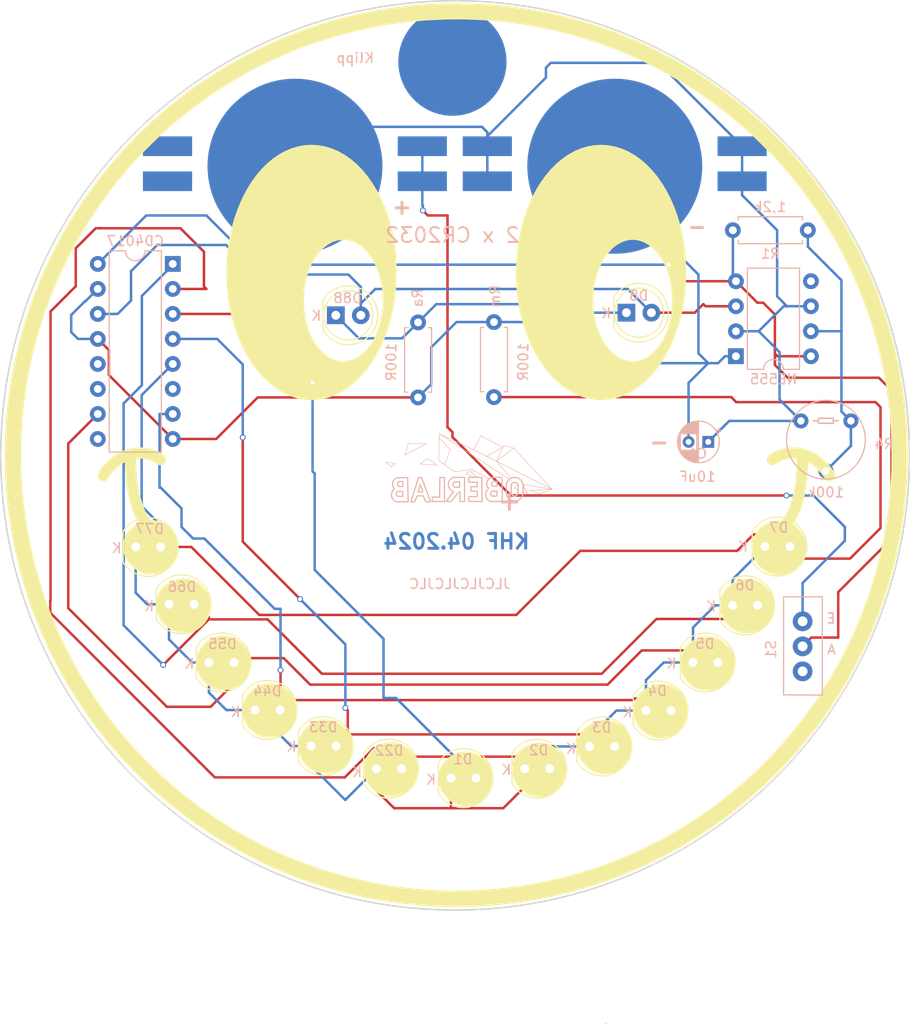
<source format=kicad_pcb>
(kicad_pcb (version 20240108) (generator "pcbnew") (generator_version "8.0")
  (layers (0 "F.Cu" signal) (31 "B.Cu" signal) (34 "B.Paste" user) (35 "F.Paste" user) (36 "B.SilkS" user "B.Silkscreen") (37 "F.SilkS" user "F.Silkscreen") (38 "B.Mask" user) (39 "F.Mask" user) (44 "Edge.Cuts" user))
  (net 0 "")
  (net 1 "Net-(C1-Pad1)")
  (net 2 "Net-(C1-Pad2)")
  (net 3 "Net-(C2-Pad1)")
  (net 4 "Net-(C3-Pad1)")
  (net 5 "Net-(D1-Pad2)")
  (net 6 "Net-(D2-Pad2)")
  (net 7 "Net-(D2-Pad1)")
  (net 8 "Net-(D3-Pad2)")
  (net 9 "Net-(D4-Pad2)")
  (net 10 "Net-(D5-Pad2)")
  (net 11 "Net-(D6-Pad2)")
  (net 12 "Net-(D7-Pad2)")
  (net 13 "Net-(D8-Pad1)")
  (net 14 "Net-(S1-Pad1)")
  (net 15 "Net-(S1-Pad3)")
  (net 16 "Net-(U2-Pad3)")
  (net 17 "Net-(U3-Pad9)")
  (net 18 "Net-(U3-Pad11)")
  (net 19 "Net-(U3-Pad12)")
  (net 20 "Net-(U3-Pad6)")
  (net 21 "Net-(P1-Pad1)")
  (footprint "LED_THT:LED_D5.0mm" (layer "F.Cu") (at 156.8586 122.1391)
    (property "Reference" "D1" (at 1.2 -1.91 0) (layer "B.SilkS") (effects (justify mirror)))
    (property "Value" "LED")
    (pad "1" thru_hole rect (at 0 0) (size 1.8 1.8) (drill 0.9) (layers "*.Cu" "*.Mask") (net 7 "Net-(D2-Pad1)"))
    (pad "2" thru_hole circle (at 2.54 0) (size 1.8 1.8) (drill 0.9) (layers "*.Cu" "*.Mask") (net 5 "Net-(D1-Pad2)"))
  )
  (footprint "LED_THT:LED_D5.0mm" (layer "F.Cu") (at 164.3486 121.1891)
    (property "Reference" "D2" (at 1.42 -1.88 0) (layer "B.SilkS") (effects (justify mirror)))
    (property "Value" "LED")
    (pad "1" thru_hole rect (at 0 0) (size 1.8 1.8) (drill 0.9) (layers "*.Cu" "*.Mask") (net 7 "Net-(D2-Pad1)"))
    (pad "2" thru_hole circle (at 2.54 0) (size 1.8 1.8) (drill 0.9) (layers "*.Cu" "*.Mask") (net 6 "Net-(D2-Pad2)"))
  )
  (footprint "LED_THT:LED_D5.0mm" (layer "F.Cu") (at 170.9386 118.9291)
    (property "Reference" "D3" (at 1.24 -1.93 0) (layer "B.SilkS") (effects (justify mirror)))
    (property "Value" "LED")
    (pad "1" thru_hole rect (at 0 0) (size 1.8 1.8) (drill 0.9) (layers "*.Cu" "*.Mask") (net 7 "Net-(D2-Pad1)"))
    (pad "2" thru_hole circle (at 2.54 0) (size 1.8 1.8) (drill 0.9) (layers "*.Cu" "*.Mask") (net 8 "Net-(D3-Pad2)"))
  )
  (footprint "LED_THT:LED_D5.0mm" (layer "F.Cu") (at 176.6686 115.2791)
    (property "Reference" "D4" (at 1.15 -1.99 0) (layer "B.SilkS") (effects (justify mirror)))
    (property "Value" "LED")
    (pad "1" thru_hole rect (at 0 0) (size 1.8 1.8) (drill 0.9) (layers "*.Cu" "*.Mask") (net 7 "Net-(D2-Pad1)"))
    (pad "2" thru_hole circle (at 2.54 0) (size 1.8 1.8) (drill 0.9) (layers "*.Cu" "*.Mask") (net 9 "Net-(D4-Pad2)"))
  )
  (footprint "LED_THT:LED_D5.0mm" (layer "F.Cu") (at 181.4486 110.3991)
    (property "Reference" "D5" (at 1.21 -1.9 0) (layer "B.SilkS") (effects (justify mirror)))
    (property "Value" "LED")
    (pad "1" thru_hole rect (at 0 0) (size 1.8 1.8) (drill 0.9) (layers "*.Cu" "*.Mask") (net 7 "Net-(D2-Pad1)"))
    (pad "2" thru_hole circle (at 2.54 0) (size 1.8 1.8) (drill 0.9) (layers "*.Cu" "*.Mask") (net 10 "Net-(D5-Pad2)"))
  )
  (footprint "LED_THT:LED_D5.0mm" (layer "F.Cu") (at 185.4766 104.5921)
    (property "Reference" "D6" (at 1.232 -2.033 0) (layer "B.SilkS") (effects (justify mirror)))
    (property "Value" "LED")
    (pad "1" thru_hole rect (at 0 0) (size 1.8 1.8) (drill 0.9) (layers "*.Cu" "*.Mask") (net 7 "Net-(D2-Pad1)"))
    (pad "2" thru_hole circle (at 2.54 0) (size 1.8 1.8) (drill 0.9) (layers "*.Cu" "*.Mask") (net 11 "Net-(D6-Pad2)"))
  )
  (footprint "LED_THT:LED_D5.0mm" (layer "F.Cu") (at 188.7586 98.6231)
    (property "Reference" "D7" (at 1.41 -1.924 0) (layer "B.SilkS") (effects (justify mirror)))
    (property "Value" "LED")
    (pad "1" thru_hole rect (at 0 0) (size 1.8 1.8) (drill 0.9) (layers "*.Cu" "*.Mask") (net 7 "Net-(D2-Pad1)"))
    (pad "2" thru_hole circle (at 2.54 0) (size 1.8 1.8) (drill 0.9) (layers "*.Cu" "*.Mask") (net 12 "Net-(D7-Pad2)"))
  )
  (footprint "LED_THT:LED_D5.0mm" (layer "F.Cu") (at 174.6816 74.8741)
    (property "Reference" "D8" (at 1.257 -1.735 0) (layer "B.SilkS") (effects (justify mirror)))
    (property "Value" "LED")
    (pad "1" thru_hole rect (at 0 0) (size 1.8 1.8) (drill 0.9) (layers "*.Cu" "*.Mask") (net 13 "Net-(D8-Pad1)"))
    (pad "2" thru_hole circle (at 2.54 0) (size 1.8 1.8) (drill 0.9) (layers "*.Cu" "*.Mask") (net 16 "Net-(U2-Pad3)"))
  )
  (footprint "LED_THT:LED_D5.0mm" (layer "F.Cu") (at 149.2786 121.1891)
    (property "Reference" "D22" (at 1.3 -1.85 0) (layer "B.SilkS") (effects (justify mirror)))
    (property "Value" "LED")
    (pad "1" thru_hole rect (at 0 0) (size 1.8 1.8) (drill 0.9) (layers "*.Cu" "*.Mask") (net 7 "Net-(D2-Pad1)"))
    (pad "2" thru_hole circle (at 2.54 0) (size 1.8 1.8) (drill 0.9) (layers "*.Cu" "*.Mask") (net 6 "Net-(D2-Pad2)"))
  )
  (footprint "LED_THT:LED_D5.0mm" (layer "F.Cu") (at 142.6386 118.8891)
    (property "Reference" "D33" (at 1.23 -1.92 0) (layer "B.SilkS") (effects (justify mirror)))
    (property "Value" "LED")
    (pad "1" thru_hole rect (at 0 0) (size 1.8 1.8) (drill 0.9) (layers "*.Cu" "*.Mask") (net 7 "Net-(D2-Pad1)"))
    (pad "2" thru_hole circle (at 2.54 0) (size 1.8 1.8) (drill 0.9) (layers "*.Cu" "*.Mask") (net 8 "Net-(D3-Pad2)"))
  )
  (footprint "LED_THT:LED_D5.0mm" (layer "F.Cu") (at 136.9486 115.2291)
    (property "Reference" "D44" (at 1.24 -1.91 0) (layer "B.SilkS") (effects (justify mirror)))
    (property "Value" "LED")
    (pad "1" thru_hole rect (at 0 0) (size 1.8 1.8) (drill 0.9) (layers "*.Cu" "*.Mask") (net 7 "Net-(D2-Pad1)"))
    (pad "2" thru_hole circle (at 2.54 0) (size 1.8 1.8) (drill 0.9) (layers "*.Cu" "*.Mask") (net 9 "Net-(D4-Pad2)"))
  )
  (footprint "LED_THT:LED_D5.0mm" (layer "F.Cu") (at 132.2586 110.3991)
    (property "Reference" "D55" (at 1.37 -1.88 0) (layer "B.SilkS") (effects (justify mirror)))
    (property "Value" "LED")
    (pad "1" thru_hole rect (at 0 0) (size 1.8 1.8) (drill 0.9) (layers "*.Cu" "*.Mask") (net 7 "Net-(D2-Pad1)"))
    (pad "2" thru_hole circle (at 2.54 0) (size 1.8 1.8) (drill 0.9) (layers "*.Cu" "*.Mask") (net 10 "Net-(D5-Pad2)"))
  )
  (footprint "LED_THT:LED_D5.0mm" (layer "F.Cu") (at 128.1986 104.4891)
    (property "Reference" "D66" (at 1.31 -1.77 0) (layer "B.SilkS") (effects (justify mirror)))
    (property "Value" "LED")
    (pad "1" thru_hole rect (at 0 0) (size 1.8 1.8) (drill 0.9) (layers "*.Cu" "*.Mask") (net 7 "Net-(D2-Pad1)"))
    (pad "2" thru_hole circle (at 2.54 0) (size 1.8 1.8) (drill 0.9) (layers "*.Cu" "*.Mask") (net 11 "Net-(D6-Pad2)"))
  )
  (footprint "LED_THT:LED_D5.0mm" (layer "F.Cu") (at 124.8086 98.6691)
    (property "Reference" "D77" (at 1.43 -1.84 0) (layer "B.SilkS") (effects (justify mirror)))
    (property "Value" "LED")
    (pad "1" thru_hole rect (at 0 0) (size 1.8 1.8) (drill 0.9) (layers "*.Cu" "*.Mask") (net 7 "Net-(D2-Pad1)"))
    (pad "2" thru_hole circle (at 2.54 0) (size 1.8 1.8) (drill 0.9) (layers "*.Cu" "*.Mask") (net 12 "Net-(D7-Pad2)"))
  )
  (footprint "LED_THT:LED_D5.0mm" (layer "F.Cu") (at 145.1486 75.1391)
    (property "Reference" "D88" (at 1.205 -1.749 0) (layer "B.SilkS") (effects (justify mirror)))
    (property "Value" "LED")
    (pad "1" thru_hole rect (at 0 0) (size 1.8 1.8) (drill 0.9) (layers "*.Cu" "*.Mask") (net 13 "Net-(D8-Pad1)"))
    (pad "2" thru_hole circle (at 2.54 0) (size 1.8 1.8) (drill 0.9) (layers "*.Cu" "*.Mask") (net 16 "Net-(U2-Pad3)"))
  )
  (footprint "LOGO" (layer "F.Cu") (at 156.2086 90.3191)
    (property "Reference" "G***" (hide yes))
    (property "Value" "LOGO" (hide yes))
  )
  (footprint "!Goody:ob-logo_B.SilkS" (layer "F.Cu") (at 164 108)
    (property "Reference" "G***" (hide yes))
    (property "Value" "LOGO" (hide yes))
  )
  (footprint "Capacitor_THT:CP_Radial_D4.0mm_P2.00mm" (layer "B.Cu") (at 183 88 180)
    (property "Reference" "C1" (at 1.1 -1.19 0) (layer "B.SilkS") (effects (justify mirror)))
    (property "Value" "10uF" (at 1.1 -3.53 0) (layer "B.SilkS") (effects (justify mirror)))
    (pad "1" thru_hole rect (at 0 0 180) (size 1.2 1.2) (drill 0.6) (layers "*.Cu" "*.Mask") (net 1 "Net-(C1-Pad1)"))
    (pad "2" thru_hole circle (at 2 0 180) (size 1.2 1.2) (drill 0.6) (layers "*.Cu" "*.Mask") (net 2 "Net-(C1-Pad2)"))
  )
  (footprint "Resistor_THT:R_Axial_DIN0207_L6.3mm_D2.5mm_P7.62mm_Horizontal" (layer "B.Cu") (at 185.5 66.5)
    (property "Reference" "R1" (at 3.81 2.37 360) (layer "B.SilkS") (effects (justify mirror)))
    (property "Value" "1,2k" (at 3.81 -2.37 360) (layer "B.SilkS") (effects (justify mirror)))
    (pad "1" thru_hole circle (at 0 0) (size 1.6 1.6) (drill 0.8) (layers "*.Cu" "*.Mask") (net 4 "Net-(C3-Pad1)"))
    (pad "2" thru_hole oval (at 7.62 0) (size 1.6 1.6) (drill 0.8) (layers "*.Cu" "*.Mask") (net 21 "Net-(P1-Pad1)"))
  )
  (footprint "Resistor_THT:R_Axial_DIN0207_L6.3mm_D2.5mm_P7.62mm_Horizontal" (layer "B.Cu") (at 153.5086 75.8591 -90)
    (property "Reference" "Ra" (at -2.48 0.05 90) (layer "B.SilkS") (effects (justify mirror)))
    (property "Value" "100R" (at 4.0366 2.7215 90) (layer "B.SilkS") (effects (justify mirror)))
    (pad "1" thru_hole circle (at 0 0 270) (size 1.6 1.6) (drill 0.8) (layers "*.Cu" "*.Mask") (net 13 "Net-(D8-Pad1)"))
    (pad "2" thru_hole oval (at 7.62 0 270) (size 1.6 1.6) (drill 0.8) (layers "*.Cu" "*.Mask") (net 2 "Net-(C1-Pad2)"))
  )
  (footprint "Resistor_THT:R_Axial_DIN0207_L6.3mm_D2.5mm_P7.62mm_Horizontal" (layer "B.Cu") (at 161.2196 83.4466 90)
    (property "Reference" "Rm" (at 10.2235 0.127 90) (layer "B.SilkS") (effects (justify mirror)))
    (property "Value" "100R" (at 3.5763 2.9787 90) (layer "B.SilkS") (effects (justify mirror)))
    (pad "1" thru_hole circle (at 0 0 90) (size 1.6 1.6) (drill 0.8) (layers "*.Cu" "*.Mask") (net 7 "Net-(D2-Pad1)"))
    (pad "2" thru_hole oval (at 7.62 0 90) (size 1.6 1.6) (drill 0.8) (layers "*.Cu" "*.Mask") (net 2 "Net-(C1-Pad2)"))
  )
  (footprint "KHF_LIB:Micro_SchalterKHF" (layer "B.Cu") (at 192.5886 111.2991 90)
    (property "Reference" "S1" (at 2.2061 -3.2062 90) (layer "B.SilkS") (effects (justify mirror)))
    (property "Value" "Micro_Schalter")
    (pad "1" thru_hole circle (at 0 0 90) (size 2 2) (drill 1) (layers "*.Cu" "*.Mask") (net 14 "Net-(S1-Pad1)"))
    (pad "2" thru_hole circle (at 2.54 0 90) (size 2 2) (drill 1) (layers "*.Cu" "*.Mask") (net 4 "Net-(C3-Pad1)"))
    (pad "3" thru_hole circle (at 5.08 0 90) (size 2 2) (drill 1) (layers "*.Cu" "*.Mask") (net 15 "Net-(S1-Pad3)"))
  )
  (footprint "Package_DIP:DIP-8_W7.62mm" (layer "B.Cu") (at 185.8137 79.2988)
    (property "Reference" "NE555" (at 3.81 2.33 0) (layer "B.SilkS") (effects (justify mirror)))
    (property "Value" "NE555P")
    (pad "1" thru_hole rect (at 0 0) (size 1.6 1.6) (drill 0.8) (layers "*.Cu" "*.Mask") (net 2 "Net-(C1-Pad2)"))
    (pad "2" thru_hole oval (at 0 -2.54) (size 1.6 1.6) (drill 0.8) (layers "*.Cu" "*.Mask") (net 1 "Net-(C1-Pad1)"))
    (pad "3" thru_hole oval (at 0 -5.08) (size 1.6 1.6) (drill 0.8) (layers "*.Cu" "*.Mask") (net 16 "Net-(U2-Pad3)"))
    (pad "4" thru_hole oval (at 0 -7.62) (size 1.6 1.6) (drill 0.8) (layers "*.Cu" "*.Mask") (net 4 "Net-(C3-Pad1)"))
    (pad "5" thru_hole oval (at 7.62 -7.62) (size 1.6 1.6) (drill 0.8) (layers "*.Cu" "*.Mask") (net 3 "Net-(C2-Pad1)"))
    (pad "6" thru_hole oval (at 7.62 -5.08) (size 1.6 1.6) (drill 0.8) (layers "*.Cu" "*.Mask") (net 1 "Net-(C1-Pad1)"))
    (pad "7" thru_hole oval (at 7.62 -2.54) (size 1.6 1.6) (drill 0.8) (layers "*.Cu" "*.Mask") (net 21 "Net-(P1-Pad1)"))
    (pad "8" thru_hole oval (at 7.62 0) (size 1.6 1.6) (drill 0.8) (layers "*.Cu" "*.Mask") (net 4 "Net-(C3-Pad1)"))
  )
  (footprint "Package_DIP:DIP-16_W7.62mm" (layer "B.Cu") (at 128.5806 69.9211 180)
    (property "Reference" "CD4017" (at 3.81 2.33 0) (layer "B.SilkS") (effects (justify mirror)))
    (property "Value" "4017")
    (pad "1" thru_hole rect (at 0 0 180) (size 1.6 1.6) (drill 0.8) (layers "*.Cu" "*.Mask") (net 11 "Net-(D6-Pad2)"))
    (pad "2" thru_hole oval (at 0 -2.54 180) (size 1.6 1.6) (drill 0.8) (layers "*.Cu" "*.Mask") (net 6 "Net-(D2-Pad2)"))
    (pad "3" thru_hole oval (at 0 -5.08 180) (size 1.6 1.6) (drill 0.8) (layers "*.Cu" "*.Mask") (net 5 "Net-(D1-Pad2)"))
    (pad "4" thru_hole oval (at 0 -7.62 180) (size 1.6 1.6) (drill 0.8) (layers "*.Cu" "*.Mask") (net 8 "Net-(D3-Pad2)"))
    (pad "5" thru_hole oval (at 0 -10.16 180) (size 1.6 1.6) (drill 0.8) (layers "*.Cu" "*.Mask") (net 12 "Net-(D7-Pad2)"))
    (pad "6" thru_hole oval (at 0 -12.7 180) (size 1.6 1.6) (drill 0.8) (layers "*.Cu" "*.Mask") (net 20 "Net-(U3-Pad6)"))
    (pad "7" thru_hole oval (at 0 -15.24 180) (size 1.6 1.6) (drill 0.8) (layers "*.Cu" "*.Mask") (net 9 "Net-(D4-Pad2)"))
    (pad "8" thru_hole oval (at 0 -17.78 180) (size 1.6 1.6) (drill 0.8) (layers "*.Cu" "*.Mask") (net 2 "Net-(C1-Pad2)"))
    (pad "9" thru_hole oval (at 7.62 -17.78 180) (size 1.6 1.6) (drill 0.8) (layers "*.Cu" "*.Mask") (net 17 "Net-(U3-Pad9)"))
    (pad "10" thru_hole oval (at 7.62 -15.24 180) (size 1.6 1.6) (drill 0.8) (layers "*.Cu" "*.Mask") (net 10 "Net-(D5-Pad2)"))
    (pad "11" thru_hole oval (at 7.62 -12.7 180) (size 1.6 1.6) (drill 0.8) (layers "*.Cu" "*.Mask") (net 18 "Net-(U3-Pad11)"))
    (pad "12" thru_hole oval (at 7.62 -10.16 180) (size 1.6 1.6) (drill 0.8) (layers "*.Cu" "*.Mask") (net 19 "Net-(U3-Pad12)"))
    (pad "13" thru_hole oval (at 7.62 -7.62 180) (size 1.6 1.6) (drill 0.8) (layers "*.Cu" "*.Mask") (net 2 "Net-(C1-Pad2)"))
    (pad "14" thru_hole oval (at 7.62 -5.08 180) (size 1.6 1.6) (drill 0.8) (layers "*.Cu" "*.Mask") (net 16 "Net-(U2-Pad3)"))
    (pad "15" thru_hole oval (at 7.62 -2.54 180) (size 1.6 1.6) (drill 0.8) (layers "*.Cu" "*.Mask") (net 2 "Net-(C1-Pad2)"))
    (pad "16" thru_hole oval (at 7.62 0 180) (size 1.6 1.6) (drill 0.8) (layers "*.Cu" "*.Mask") (net 4 "Net-(C3-Pad1)"))
  )
  (footprint "!Goody:Lötklipp" (layer "B.Cu") (at 157 49.3791)
    (property "Reference" "LP")
    (property "Value" "Klipp" (at -9.8786 -0.3791 0) (layer "B.SilkS") (effects (justify mirror)))
    (pad "1" smd circle (at 0 0) (size 11 11) (layers "B.Cu" "B.Paste" "B.Mask"))
  )
  (footprint "!Goody:Mini-Poti" (layer "B.Cu") (at 194.9577 83.3247 180)
    (property "Reference" "REF**")
    (property "Value" "Mini-Poti")
    (pad "1" thru_hole circle (at -2.54 -2.54 180) (size 1.524 1.524) (drill 0.762) (layers "*.Cu" "*.Mask") (net 21 "Net-(P1-Pad1)"))
    (pad "2" thru_hole circle (at 2.54 -2.54 180) (size 1.524 1.524) (drill 0.762) (layers "*.Cu" "*.Mask") (net 1 "Net-(C1-Pad1)"))
    (pad "3" thru_hole circle (at 0 -7.62 180) (size 1.524 1.524) (drill 0.762) (layers "*.Cu" "*.Mask") (net 21 "Net-(P1-Pad1)"))
  )
  (footprint "!Goody:BAT-HLD-SMD-Blech" (layer "B.Cu") (at 141 60)
    (property "Reference" "BAT-HLD-002")
    (property "Value" "VAL**")
    (pad "1" smd rect (at -12.954 -2.032) (size 5 2) (layers "B.Cu" "B.Paste" "B.Mask"))
    (pad "1" smd rect (at -12.954 1.524) (size 5 2) (layers "B.Cu" "B.Paste" "B.Mask"))
    (pad "1" smd rect (at 12.94 -2.032) (size 5 2) (layers "B.Cu" "B.Paste" "B.Mask") (net 15 "Net-(S1-Pad3)"))
    (pad "1" smd rect (at 12.94 1.524) (size 5 2) (layers "B.Cu" "B.Paste" "B.Mask") (net 15 "Net-(S1-Pad3)"))
    (pad "2" smd circle (at 0 0) (size 17.78 17.78) (layers "B.Cu" "B.Paste" "B.Mask") (net 1 "Net-(C1-Pad1)"))
  )
  (footprint "!Goody:BAT-HLD-SMD-Blech" (layer "B.Cu") (at 173.5 60)
    (property "Reference" "BAT-HLD-002")
    (property "Value" "VAL**")
    (pad "1" smd rect (at -12.954 -2.032) (size 5 2) (layers "B.Cu" "B.Paste" "B.Mask") (net 1 "Net-(C1-Pad1)"))
    (pad "1" smd rect (at -12.954 1.524) (size 5 2) (layers "B.Cu" "B.Paste" "B.Mask") (net 1 "Net-(C1-Pad1)"))
    (pad "1" smd rect (at 12.94 -2.032) (size 5 2) (layers "B.Cu" "B.Paste" "B.Mask") (net 1 "Net-(C1-Pad1)"))
    (pad "1" smd rect (at 12.94 1.524) (size 5 2) (layers "B.Cu" "B.Paste" "B.Mask") (net 1 "Net-(C1-Pad1)"))
    (pad "2" smd circle (at 0 0) (size 17.78 17.78) (layers "B.Cu" "B.Paste" "B.Mask") (net 2 "Net-(C1-Pad2)"))
  )
  (gr_line (start 194.183 86.106) (end 194.183 85.598) (stroke (width 0.15)) (layer "B.SilkS"))
  (gr_line (start 195.707 85.598) (end 195.707 86.106) (stroke (width 0.15)) (layer "B.SilkS"))
  (gr_line (start 194.183 85.598) (end 195.707 85.598) (stroke (width 0.15)) (layer "B.SilkS"))
  (gr_line (start 195.707 85.852) (end 196.215 85.852) (stroke (width 0.15)) (layer "B.SilkS"))
  (gr_line (start 195.707 86.106) (end 194.183 86.106) (stroke (width 0.15)) (layer "B.SilkS"))
  (gr_line (start 194.183 85.852) (end 193.675 85.852) (stroke (width 0.15)) (layer "B.SilkS"))
  (gr_circle (center 157.272267 89.3691) (end 117.902267 65.2391) (stroke (width 0.15)) (fill none) (layer "Edge.Cuts"))
  (gr_text "KHF 04.2024" (at 165 99 0) (layer "B.Cu") (effects (font (size 1.5 1.5) (thickness 0.3) (bold yes)) (justify left bottom mirror)))
  (gr_text "K" (at 172.6186 74.9291 0) (layer "B.SilkS") (effects (font (size 1 1)) (justify mirror)))
  (gr_text "E" (at 195.4657 105.9307 0) (layer "B.SilkS") (effects (font (size 1 1)) (justify mirror)))
  (gr_text "K" (at 134.9586 115.4291 0) (layer "B.SilkS") (effects (font (size 1 1)) (justify mirror)))
  (gr_text "K" (at 140.6586 118.9491 0) (layer "B.SilkS") (effects (font (size 1 1)) (justify mirror)))
  (gr_text "K" (at 162.4786 121.2891 0) (layer "B.SilkS") (effects (font (size 1 1)) (justify mirror)))
  (gr_text "+" (at 162.79 93.95 0) (layer "B.SilkS") (effects (font (size 2 2) (thickness 0.3)) (justify mirror)))
  (gr_text "JLCJLCJLCJLC" (at 163 103 0) (layer "B.SilkS") (effects (font (size 1 1)) (justify left bottom mirror)))
  (gr_text "-" (at 183 67 0) (layer "B.SilkS") (effects (font (size 1.5 1.5) (thickness 0.3) (bold yes)) (justify left bottom mirror)))
  (gr_text "K" (at 126.1786 104.6691 0) (layer "B.SilkS") (effects (font (size 1 1)) (justify mirror)))
  (gr_text "2 x CR2032" (at 157 67 0) (layer "B.SilkS") (effects (font (size 1.5 1.5) (thickness 0.2)) (justify mirror)))
  (gr_text "K" (at 183.2886 104.7091 0) (layer "B.SilkS") (effects (font (size 1 1)) (justify mirror)))
  (gr_text "K" (at 122.8686 98.7891 0) (layer "B.SilkS") (effects (font (size 1 1)) (justify mirror)))
  (gr_text "R4" (at 200.8759 88.2015 0) (layer "B.SilkS") (effects (font (size 1 1)) (justify mirror)))
  (gr_text "K" (at 154.8186 122.2891 0) (layer "B.SilkS") (effects (font (size 1 1)) (justify mirror)))
  (gr_text "K" (at 147.3086 121.5391 0) (layer "B.SilkS") (effects (font (size 1 1)) (justify mirror)))
  (gr_text "+" (at 153 65 0) (layer "B.SilkS") (effects (font (size 1.5 1.5) (thickness 0.3) (bold yes)) (justify left bottom mirror)))
  (gr_text "K" (at 143.1544 75.1791 0) (layer "B.SilkS") (effects (font (size 1 1)) (justify mirror)))
  (gr_text "K" (at 169.0586 119.1491 0) (layer "B.SilkS") (effects (font (size 1 1)) (justify mirror)))
  (gr_text "K" (at 174.7786 115.4691 0) (layer "B.SilkS") (effects (font (size 1 1)) (justify mirror)))
  (gr_text "K" (at 186.5186 98.6191 0) (layer "B.SilkS") (effects (font (size 1 1)) (justify mirror)))
  (gr_text "A" (at 195.5292 109.0803 0) (layer "B.SilkS") (effects (font (size 1 1))))
  (gr_text "K" (at 130.2686 110.5191 0) (layer "B.SilkS") (effects (font (size 1 1)) (justify mirror)))
  (gr_text "100k" (at 194.9577 93.1164 0) (layer "B.SilkS") (effects (font (size 1 1)) (justify mirror)))
  (gr_text "K" (at 179.2686 110.4991 0) (layer "B.SilkS") (effects (font (size 1 1)) (justify mirror)))
  (gr_text "-" (at 178 88 0) (layer "B.SilkS") (effects (font (size 1.5 1.5) (thickness 0.3)) (justify mirror)))
  (segment (start 192.4177 85.8647) (end 185.1353 85.8647) (width 0.25) (layer "B.Cu") (net 1))
  (segment (start 186.44 62.94) (end 190 66.5) (width 0.25) (layer "B.Cu") (net 1))
  (segment (start 190 73.2188) (end 191 74.2188) (width 0.25) (layer "B.Cu") (net 1))
  (segment (start 190.246 83.693) (end 190.246 78.8797) (width 0.25) (layer "B.Cu") (net 1))
  (segment (start 186.44 57.968) (end 177.972 49.5) (width 0.25) (layer "B.Cu") (net 1))
  (segment (start 145 56) (end 160 56) (width 0.25) (layer "B.Cu") (net 1))
  (segment (start 160.546 56.546) (end 160.546 57.968) (width 0.25) (layer "B.Cu") (net 1))
  (segment (start 192.4177 85.8647) (end 190.246 83.693) (width 0.25) (layer "B.Cu") (net 1))
  (segment (start 185.8137 76.7588) (end 187.0964 76.7588) (width 0.25) (layer "B.Cu") (net 1))
  (segment (start 191 74.2188) (end 193.4337 74.2188) (width 0.25) (layer "B.Cu") (net 1))
  (segment (start 190.246 78.8797) (end 188.1251 76.7588) (width 0.25) (layer "B.Cu") (net 1))
  (segment (start 188.1251 76.7588) (end 190.6651 74.2188) (width 0.25) (layer "B.Cu") (net 1))
  (segment (start 166.5 50) (end 166.5 51) (width 0.25) (layer "B.Cu") (net 1))
  (segment (start 166.5 51) (end 160.546 56.954) (width 0.25) (layer "B.Cu") (net 1))
  (segment (start 187.0964 76.7588) (end 188.1251 76.7588) (width 0.25) (layer "B.Cu") (net 1))
  (segment (start 190 66.5) (end 190 73.2188) (width 0.25) (layer "B.Cu") (net 1))
  (segment (start 167 49.5) (end 166.5 50) (width 0.25) (layer "B.Cu") (net 1))
  (segment (start 185.1353 85.8647) (end 183 88) (width 0.25) (layer "B.Cu") (net 1))
  (segment (start 186.44 61.524) (end 186.44 62.94) (width 0.25) (layer "B.Cu") (net 1))
  (segment (start 160.546 56.954) (end 160.546 57.968) (width 0.25) (layer "B.Cu") (net 1))
  (segment (start 160.546 57.968) (end 160.546 61.524) (width 0.25) (layer "B.Cu") (net 1))
  (segment (start 186.44 57.968) (end 186.44 61.524) (width 0.25) (layer "B.Cu") (net 1))
  (segment (start 177.972 49.5) (end 167 49.5) (width 0.25) (layer "B.Cu") (net 1))
  (segment (start 160 56) (end 160.546 56.546) (width 0.25) (layer "B.Cu") (net 1))
  (segment (start 141 60) (end 145 56) (width 0.25) (layer "B.Cu") (net 1))
  (segment (start 190.6651 74.2188) (end 191 74.2188) (width 0.25) (layer "B.Cu") (net 1))
  (segment (start 153.5086 83.4791) (end 137.2109 83.4791) (width 0.25) (layer "F.Cu") (net 2))
  (segment (start 122.085601 81.206101) (end 128.5806 87.7011) (width 0.25) (layer "F.Cu") (net 2))
  (segment (start 137.2109 83.4791) (end 132.9889 87.7011) (width 0.25) (layer "F.Cu") (net 2))
  (segment (start 132.9889 87.7011) (end 128.5806 87.7011) (width 0.25) (layer "F.Cu") (net 2))
  (segment (start 122.085601 78.666101) (end 122.085601 81.206101) (width 0.25) (layer "F.Cu") (net 2))
  (segment (start 120.9606 77.5411) (end 122.085601 78.666101) (width 0.25) (layer "F.Cu") (net 2))
  (segment (start 170.0566 75.8266) (end 170.0566 80) (width 0.25) (layer "B.Cu") (net 2))
  (segment (start 118.2586 75.1091) (end 118.2586 76.8491) (width 0.25) (layer "B.Cu") (net 2))
  (segment (start 157.4096 75.8266) (end 161.2196 75.8266) (width 0.25) (layer "B.Cu") (net 2))
  (segment (start 154.8486 82.1391) (end 153.5086 83.4791) (width 0.25) (layer "B.Cu") (net 2))
  (segment (start 173.5 62.5) (end 182 71) (width 0.25) (layer "B.Cu") (net 2))
  (segment (start 181 88) (end 181 82) (width 0.25) (layer "B.Cu") (net 2))
  (segment (start 118.2586 76.8491) (end 118.9506 77.5411) (width 0.25) (layer "B.Cu") (net 2))
  (segment (start 154.8486 78.3876) (end 154.8486 82.1391) (width 0.25) (layer "B.Cu") (net 2))
  (segment (start 119.6386 73.7291) (end 118.2586 75.1091) (width 0.25) (layer "B.Cu") (net 2))
  (segment (start 170.0566 80) (end 183 80) (width 0.25) (layer "B.Cu") (net 2))
  (segment (start 157.4096 75.8266) (end 154.8486 78.3876) (width 0.25) (layer "B.Cu") (net 2))
  (segment (start 118.9506 77.5411) (end 120.9606 77.5411) (width 0.25) (layer "B.Cu") (net 2))
  (segment (start 183 80) (end 184 80) (width 0.25) (layer "B.Cu") (net 2))
  (segment (start 184.7012 79.2988) (end 185.8137 79.2988) (width 0.25) (layer "B.Cu") (net 2))
  (segment (start 184 80) (end 184.7012 79.2988) (width 0.25) (layer "B.Cu") (net 2))
  (segment (start 181 82) (end 183 80) (width 0.25) (layer "B.Cu") (net 2))
  (segment (start 173.5 60) (end 173.5 62.5) (width 0.25) (layer "B.Cu") (net 2))
  (segment (start 182 79) (end 183 80) (width 0.25) (layer "B.Cu") (net 2))
  (segment (start 161.2196 75.8266) (end 170.0566 75.8266) (width 0.25) (layer "B.Cu") (net 2))
  (segment (start 120.9606 72.4611) (end 119.6926 73.7291) (width 0.25) (layer "B.Cu") (net 2))
  (segment (start 119.6926 73.7291) (end 119.6386 73.7291) (width 0.25) (layer "B.Cu") (net 2))
  (segment (start 182 71) (end 182 79) (width 0.25) (layer "B.Cu") (net 2))
  (segment (start 196.2086 103.2491) (end 196.2086 107.8691) (width 0.25) (layer "F.Cu") (net 4))
  (segment (start 189.7686 75.0491) (end 189.7686 79.0269) (width 0.25) (layer "F.Cu") (net 4))
  (segment (start 193.4786 107.8691) (end 192.5886 108.7591) (width 0.25) (layer "F.Cu") (net 4))
  (segment (start 189.7686 79.0269) (end 189.7686 80.1791) (width 0.25) (layer "F.Cu") (net 4))
  (segment (start 190.0405 79.2988) (end 189.7686 79.0269) (width 0.25) (layer "F.Cu") (net 4))
  (segment (start 185.8137 71.6788) (end 187.993 73.8581) (width 0.25) (layer "F.Cu") (net 4))
  (segment (start 189.7686 80.1791) (end 191.0676 81.4781) (width 0.25) (layer "F.Cu") (net 4))
  (segment (start 188.5776 73.8581) (end 189.7686 75.0491) (width 0.25) (layer "F.Cu") (net 4))
  (segment (start 187.993 73.8581) (end 188.5776 73.8581) (width 0.25) (layer "F.Cu") (net 4))
  (segment (start 180.6788 71.6788) (end 185.8137 71.6788) (width 0.25) (layer "F.Cu") (net 4))
  (segment (start 196.2086 107.8691) (end 193.4786 107.8691) (width 0.25) (layer "F.Cu") (net 4))
  (segment (start 191.0676 81.4781) (end 200.3376 81.4781) (width 0.25) (layer "F.Cu") (net 4))
  (segment (start 179 70) (end 180.6788 71.6788) (width 0.25) (layer "F.Cu") (net 4))
  (segment (start 201.6286 97.8291) (end 196.2086 103.2491) (width 0.25) (layer "F.Cu") (net 4))
  (segment (start 200.3376 81.4781) (end 201.6286 82.7691) (width 0.25) (layer "F.Cu") (net 4))
  (segment (start 193.4337 79.2988) (end 190.0405 79.2988) (width 0.25) (layer "F.Cu") (net 4))
  (segment (start 201.6286 82.7691) (end 201.6286 97.8291) (width 0.25) (layer "F.Cu") (net 4))
  (via (at 179 70) (size 0.6) (drill 0.4) (layers "F.Cu" "B.Cu") (net 4))
  (segment (start 120.9606 69.9211) (end 125.8817 65) (width 0.25) (layer "B.Cu") (net 4))
  (segment (start 125.8817 65) (end 126 65) (width 0.25) (layer "B.Cu") (net 4))
  (segment (start 185.5 66.5) (end 185.5 71.3651) (width 0.25) (layer "B.Cu") (net 4))
  (segment (start 126 65) (end 132 65) (width 0.25) (layer "B.Cu") (net 4))
  (segment (start 132 65) (end 137 70) (width 0.25) (layer "B.Cu") (net 4))
  (segment (start 185.5 71.3651) (end 185.8137 71.6788) (width 0.25) (layer "B.Cu") (net 4))
  (segment (start 137 70) (end 179 70) (width 0.25) (layer "B.Cu") (net 4))
  (segment (start 139.2306 75.0011) (end 128.5806 75.0011) (width 0.25) (layer "F.Cu") (net 5))
  (segment (start 142.79475 78.56525) (end 139.2306 75.0011) (width 0.25) (layer "F.Cu") (net 5))
  (segment (start 142.79475 80.74475) (end 142.79475 80.54475) (width 0.25) (layer "F.Cu") (net 5))
  (segment (start 142.79475 80.54475) (end 142.79475 78.56525) (width 0.25) (layer "F.Cu") (net 5))
  (segment (start 142.79 80.5495) (end 142.79475 80.54475) (width 0.25) (layer "F.Cu") (net 5))
  (segment (start 142.79 81.97) (end 142.79 80.5495) (width 0.25) (layer "F.Cu") (net 5))
  (via (at 142.79 81.97) (size 0.6) (drill 0.4) (layers "F.Cu" "B.Cu") (net 5))
  (segment (start 150 108) (end 143 101) (width 0.25) (layer "B.Cu") (net 5))
  (segment (start 142.81 81.99) (end 142.79 81.97) (width 0.25) (layer "B.Cu") (net 5))
  (segment (start 150 114) (end 150 108) (width 0.25) (layer "B.Cu") (net 5))
  (segment (start 159.3986 122.1391) (end 151.2595 114) (width 0.25) (layer "B.Cu") (net 5))
  (segment (start 143 101) (end 143 91.21) (width 0.25) (layer "B.Cu") (net 5))
  (segment (start 142.79 81.97) (end 142.79 91) (width 0.25) (layer "B.Cu") (net 5))
  (segment (start 151.2595 114) (end 150 114) (width 0.25) (layer "B.Cu") (net 5))
  (segment (start 143 91.21) (end 142.79 91) (width 0.25) (layer "B.Cu") (net 5))
  (segment (start 153.043601 119.964099) (end 151.8186 121.1891) (width 0.25) (layer "F.Cu") (net 6))
  (segment (start 166.8886 121.1891) (end 165.663599 119.964099) (width 0.25) (layer "F.Cu") (net 6))
  (segment (start 146.0586 122.0691) (end 149.0086 119.1191) (width 0.25) (layer "F.Cu") (net 6))
  (segment (start 131.9966 72.4611) (end 131.7486 72.2131) (width 0.25) (layer "F.Cu") (net 6))
  (segment (start 149.0086 119.1191) (end 149.7486 119.1191) (width 0.25) (layer "F.Cu") (net 6))
  (segment (start 132.8486 122.0691) (end 132.8786 122.0691) (width 0.25) (layer "F.Cu") (net 6))
  (segment (start 116.1586 104.0891) (end 116.1286 104.1191) (width 0.25) (layer "F.Cu") (net 6))
  (segment (start 118.7186 68.3291) (end 118.7186 72.1891) (width 0.25) (layer "F.Cu") (net 6))
  (segment (start 121.2886 66.2991) (end 121.0186 66.2991) (width 0.25) (layer "F.Cu") (net 6))
  (segment (start 165.663599 119.964099) (end 153.043601 119.964099) (width 0.25) (layer "F.Cu") (net 6))
  (segment (start 132.8786 122.0691) (end 146.0586 122.0691) (width 0.25) (layer "F.Cu") (net 6))
  (segment (start 131.7486 68.6891) (end 129.3586 66.2991) (width 0.25) (layer "F.Cu") (net 6))
  (segment (start 131.7486 72.2131) (end 131.7486 68.6891) (width 0.25) (layer "F.Cu") (net 6))
  (segment (start 149.7486 119.1191) (end 151.8186 121.1891) (width 0.25) (layer "F.Cu") (net 6))
  (segment (start 129.3586 66.2991) (end 121.2886 66.2991) (width 0.25) (layer "F.Cu") (net 6))
  (segment (start 121.2886 66.2991) (end 120.7486 66.2991) (width 0.25) (layer "F.Cu") (net 6))
  (segment (start 116.1286 105.3491) (end 132.8486 122.0691) (width 0.25) (layer "F.Cu") (net 6))
  (segment (start 128.5806 72.4611) (end 131.9966 72.4611) (width 0.25) (layer "F.Cu") (net 6))
  (segment (start 120.7486 66.2991) (end 118.7186 68.3291) (width 0.25) (layer "F.Cu") (net 6))
  (segment (start 116.1286 104.1191) (end 116.1286 105.3491) (width 0.25) (layer "F.Cu") (net 6))
  (segment (start 116.1586 74.7491) (end 116.1586 104.0891) (width 0.25) (layer "F.Cu") (net 6))
  (segment (start 118.7186 72.1891) (end 116.1586 74.7491) (width 0.25) (layer "F.Cu") (net 6))
  (segment (start 200.505601 84.466101) (end 200.505601 96.752099) (width 0.25) (layer "F.Cu") (net 7))
  (segment (start 185.843602 83.9591) (end 199.9986 83.9591) (width 0.25) (layer "F.Cu") (net 7))
  (segment (start 156.8586 122.1391) (end 156.8586 125.0864) (width 0.25) (layer "F.Cu") (net 7))
  (segment (start 199.9986 83.9591) (end 200.505601 84.466101) (width 0.25) (layer "F.Cu") (net 7))
  (segment (start 156.7459 125.1991) (end 162.1686 125.1991) (width 0.25) (layer "F.Cu") (net 7))
  (segment (start 161.2196 83.4466) (end 185.331102 83.4466) (width 0.25) (layer "F.Cu") (net 7))
  (segment (start 151.0786 125.1991) (end 156.7459 125.1991) (width 0.25) (layer "F.Cu") (net 7))
  (segment (start 149.2786 123.3991) (end 151.0786 125.1991) (width 0.25) (layer "F.Cu") (net 7))
  (segment (start 164.3486 123.0191) (end 164.3486 121.1891) (width 0.25) (layer "F.Cu") (net 7))
  (segment (start 189.983601 99.848101) (end 188.7586 98.6231) (width 0.25) (layer "F.Cu") (net 7))
  (segment (start 197.409599 99.848101) (end 189.983601 99.848101) (width 0.25) (layer "F.Cu") (net 7))
  (segment (start 185.331102 83.4466) (end 185.843602 83.9591) (width 0.25) (layer "F.Cu") (net 7))
  (segment (start 200.505601 96.752099) (end 197.409599 99.848101) (width 0.25) (layer "F.Cu") (net 7))
  (segment (start 149.2786 121.1891) (end 149.2786 123.3991) (width 0.25) (layer "F.Cu") (net 7))
  (segment (start 156.8586 125.0864) (end 156.7459 125.1991) (width 0.25) (layer "F.Cu") (net 7))
  (segment (start 162.1686 125.1991) (end 164.3486 123.0191) (width 0.25) (layer "F.Cu") (net 7))
  (segment (start 176.6686 115.2791) (end 173.6686 115.2791) (width 0.25) (layer "B.Cu") (net 7))
  (segment (start 181.4486 110.3991) (end 178.4686 110.3991) (width 0.25) (layer "B.Cu") (net 7))
  (segment (start 128.1986 104.4891) (end 125.9786 104.4891) (width 0.25) (layer "B.Cu") (net 7))
  (segment (start 167.1986 118.8891) (end 166.6486 118.8891) (width 0.25) (layer "B.Cu") (net 7))
  (segment (start 146.1086 124.3591) (end 149.2786 121.1891) (width 0.25) (layer "B.Cu") (net 7))
  (segment (start 128.1986 108.0591) (end 128.1986 104.4891) (width 0.25) (layer "B.Cu") (net 7))
  (segment (start 170.9386 118.0091) (end 170.9386 118.9291) (width 0.25) (layer "B.Cu") (net 7))
  (segment (start 124.8086 103.3191) (end 124.8086 98.6691) (width 0.25) (layer "B.Cu") (net 7))
  (segment (start 188.7586 98.6231) (end 188.7586 98.6791) (width 0.25) (layer "B.Cu") (net 7))
  (segment (start 183.7056 104.5921) (end 181.4486 106.8491) (width 0.25) (layer "B.Cu") (net 7))
  (segment (start 136.9486 115.2291) (end 134.0286 115.2291) (width 0.25) (layer "B.Cu") (net 7))
  (segment (start 132.2586 113.4591) (end 132.2586 110.3991) (width 0.25) (layer "B.Cu") (net 7))
  (segment (start 142.6386 120.8891) (end 146.1086 124.3591) (width 0.25) (layer "B.Cu") (net 7))
  (segment (start 185.4766 101.9611) (end 185.4766 104.5921) (width 0.25) (layer "B.Cu") (net 7))
  (segment (start 125.9786 104.4891) (end 124.8086 103.3191) (width 0.25) (layer "B.Cu") (net 7))
  (segment (start 178.4686 110.3991) (end 176.6686 112.1991) (width 0.25) (layer "B.Cu") (net 7))
  (segment (start 167.2386 118.9291) (end 167.1986 118.8891) (width 0.25) (layer "B.Cu") (net 7))
  (segment (start 142.6386 118.8891) (end 140.6086 118.8891) (width 0.25) (layer "B.Cu") (net 7))
  (segment (start 140.6086 118.8891) (end 136.9486 115.2291) (width 0.25) (layer "B.Cu") (net 7))
  (segment (start 134.0286 115.2291) (end 132.2586 113.4591) (width 0.25) (layer "B.Cu") (net 7))
  (segment (start 185.4766 104.5921) (end 183.7056 104.5921) (width 0.25) (layer "B.Cu") (net 7))
  (segment (start 181.4486 106.8491) (end 181.4486 110.3991) (width 0.25) (layer "B.Cu") (net 7))
  (segment (start 166.6486 118.8891) (end 164.3486 121.1891) (width 0.25) (layer "B.Cu") (net 7))
  (segment (start 130.5386 110.3991) (end 128.1986 108.0591) (width 0.25) (layer "B.Cu") (net 7))
  (segment (start 170.9386 118.9291) (end 167.2386 118.9291) (width 0.25) (layer "B.Cu") (net 7))
  (segment (start 176.6686 112.1991) (end 176.6686 115.2791) (width 0.25) (layer "B.Cu") (net 7))
  (segment (start 188.7586 98.6791) (end 185.4766 101.9611) (width 0.25) (layer "B.Cu") (net 7))
  (segment (start 132.2586 110.3991) (end 130.5386 110.3991) (width 0.25) (layer "B.Cu") (net 7))
  (segment (start 142.6386 118.8891) (end 142.6386 120.8891) (width 0.25) (layer "B.Cu") (net 7))
  (segment (start 173.6686 115.2791) (end 170.9386 118.0091) (width 0.25) (layer "B.Cu") (net 7))
  (segment (start 141.52 103.96) (end 135.69 98.13) (width 0.25) (layer "F.Cu") (net 8))
  (segment (start 146.363601 115.273601) (end 146.12 115.03) (width 0.25) (layer "F.Cu") (net 8))
  (segment (start 172.253599 117.704099) (end 146.363601 117.704099) (width 0.25) (layer "F.Cu") (net 8))
  (segment (start 135.69 98.13) (end 135.69 87.55) (width 0.25) (layer "F.Cu") (net 8))
  (segment (start 173.4786 118.9291) (end 172.253599 117.704099) (width 0.25) (layer "F.Cu") (net 8))
  (segment (start 146.363601 117.704099) (end 146.363601 115.273601) (width 0.25) (layer "F.Cu") (net 8))
  (segment (start 146.12 115.03) (end 146.12 115.01) (width 0.25) (layer "F.Cu") (net 8))
  (segment (start 146.363601 117.704099) (end 145.1786 118.8891) (width 0.25) (layer "F.Cu") (net 8))
  (via (at 135.69 87.55) (size 0.6) (drill 0.4) (layers "F.Cu" "B.Cu") (net 8))
  (via (at 146.12 115.01) (size 0.6) (drill 0.4) (layers "F.Cu" "B.Cu") (net 8))
  (via (at 141.52 103.96) (size 0.6) (drill 0.4) (layers "F.Cu" "B.Cu") (net 8))
  (segment (start 146.12 115.01) (end 146.12 108.56) (width 0.25) (layer "B.Cu") (net 8))
  (segment (start 135.69 80.1322) (end 133.0989 77.5411) (width 0.25) (layer "B.Cu") (net 8))
  (segment (start 135.69 87.55) (end 135.69 80.1322) (width 0.25) (layer "B.Cu") (net 8))
  (segment (start 133.0989 77.5411) (end 128.5806 77.5411) (width 0.25) (layer "B.Cu") (net 8))
  (segment (start 146.12 108.56) (end 141.52 103.96) (width 0.25) (layer "B.Cu") (net 8))
  (segment (start 177.983599 114.054099) (end 175.508599 114.054099) (width 0.25) (layer "F.Cu") (net 9))
  (segment (start 139.4886 115.2291) (end 140.497 114.2207) (width 0.25) (layer "F.Cu") (net 9))
  (segment (start 175.341998 114.2207) (end 140.497 114.2207) (width 0.25) (layer "F.Cu") (net 9))
  (segment (start 175.508599 114.054099) (end 175.341998 114.2207) (width 0.25) (layer "F.Cu") (net 9))
  (segment (start 179.2086 115.2791) (end 177.983599 114.054099) (width 0.25) (layer "F.Cu") (net 9))
  (segment (start 139.53 111.17) (end 139.53 113.2537) (width 0.25) (layer "F.Cu") (net 9))
  (segment (start 139.53 113.2537) (end 140.497 114.2207) (width 0.25) (layer "F.Cu") (net 9))
  (via (at 139.53 111.17) (size 0.6) (drill 0.4) (layers "F.Cu" "B.Cu") (net 9))
  (segment (start 129.47 96.64) (end 129.47 94.7568) (width 0.25) (layer "B.Cu") (net 9))
  (segment (start 130.64 97.81) (end 129.47 96.64) (width 0.25) (layer "B.Cu") (net 9))
  (segment (start 131.79 97.81) (end 130.64 97.81) (width 0.25) (layer "B.Cu") (net 9))
  (segment (start 128.5806 85.1611) (end 127.2366 85.1611) (width 0.25) (layer "B.Cu") (net 9))
  (segment (start 127.2366 92.5234) (end 127.2366 92.6566) (width 0.25) (layer "B.Cu") (net 9))
  (segment (start 139.53 104.95) (end 139.53 111.17) (width 0.25) (layer "B.Cu") (net 9))
  (segment (start 139.53 104.95) (end 138.93 104.95) (width 0.25) (layer "B.Cu") (net 9))
  (segment (start 129.47 94.7568) (end 127.2366 92.5234) (width 0.25) (layer "B.Cu") (net 9))
  (segment (start 127.2366 85.1611) (end 127.2366 92.5234) (width 0.25) (layer "B.Cu") (net 9))
  (segment (start 138.93 104.95) (end 131.79 97.81) (width 0.25) (layer "B.Cu") (net 9))
  (segment (start 134.7986 112.5291) (end 134.7986 110.3991) (width 0.25) (layer "F.Cu") (net 10))
  (segment (start 135.2411 109.9566) (end 134.7986 110.3991) (width 0.25) (layer "F.Cu") (net 10))
  (segment (start 127.9786 114.8991) (end 132.4286 114.8991) (width 0.25) (layer "F.Cu") (net 10))
  (segment (start 117.9586 104.8791) (end 127.9786 114.8991) (width 0.25) (layer "F.Cu") (net 10))
  (segment (start 142.5448 112.649) (end 139.8524 109.9566) (width 0.25) (layer "F.Cu") (net 10))
  (segment (start 120.9606 85.1611) (end 117.9586 88.1631) (width 0.25) (layer "F.Cu") (net 10))
  (segment (start 172.767898 112.649) (end 142.5448 112.649) (width 0.25) (layer "F.Cu") (net 10))
  (segment (start 132.4286 114.8991) (end 134.7986 112.5291) (width 0.25) (layer "F.Cu") (net 10))
  (segment (start 176.242799 109.174099) (end 172.767898 112.649) (width 0.25) (layer "F.Cu") (net 10))
  (segment (start 139.8524 109.9566) (end 135.2411 109.9566) (width 0.25) (layer "F.Cu") (net 10))
  (segment (start 183.9886 110.3991) (end 182.763599 109.174099) (width 0.25) (layer "F.Cu") (net 10))
  (segment (start 182.763599 109.174099) (end 176.242799 109.174099) (width 0.25) (layer "F.Cu") (net 10))
  (segment (start 117.9586 88.1631) (end 117.9586 104.8791) (width 0.25) (layer "F.Cu") (net 10))
  (segment (start 188.0166 104.5921) (end 186.8872 105.7215) (width 0.25) (layer "F.Cu") (net 11))
  (segment (start 138.2141 106.0196) (end 132.2691 106.0196) (width 0.25) (layer "F.Cu") (net 11))
  (segment (start 132.250599 105.817101) (end 132.066601 105.817101) (width 0.25) (layer "F.Cu") (net 11))
  (segment (start 186.8872 105.7215) (end 186.6272 105.9815) (width 0.25) (layer "F.Cu") (net 11))
  (segment (start 132.2691 106.0196) (end 132.066601 105.817101) (width 0.25) (layer "F.Cu") (net 11))
  (segment (start 172.1739 111.5441) (end 143.7386 111.5441) (width 0.25) (layer "F.Cu") (net 11))
  (segment (start 177.7365 105.9815) (end 172.1739 111.5441) (width 0.25) (layer "F.Cu") (net 11))
  (segment (start 186.8872 105.7215) (end 186.791599 105.817101) (width 0.25) (layer "F.Cu") (net 11))
  (segment (start 132.066601 105.817101) (end 130.7386 104.4891) (width 0.25) (layer "F.Cu") (net 11))
  (segment (start 143.7386 111.5441) (end 138.2141 106.0196) (width 0.25) (layer "F.Cu") (net 11))
  (segment (start 127.6086 110.6491) (end 132.250599 106.007101) (width 0.25) (layer "F.Cu") (net 11))
  (segment (start 186.6272 105.9815) (end 177.7365 105.9815) (width 0.25) (layer "F.Cu") (net 11))
  (segment (start 132.250599 106.007101) (end 132.250599 105.817101) (width 0.25) (layer "F.Cu") (net 11))
  (via (at 127.6086 110.6491) (size 0.6) (drill 0.4) (layers "F.Cu" "B.Cu") (net 11))
  (segment (start 123.583599 106.624099) (end 127.6086 110.6491) (width 0.25) (layer "B.Cu") (net 11))
  (segment (start 128.1266 70.48751) (end 125.4386 73.17551) (width 0.25) (layer "B.Cu") (net 11))
  (segment (start 125.4386 82.2391) (end 123.583599 84.094101) (width 0.25) (layer "B.Cu") (net 11))
  (segment (start 125.4386 73.17551) (end 125.4386 82.2391) (width 0.25) (layer "B.Cu") (net 11))
  (segment (start 128.5806 69.9211) (end 128.1266 69.9211) (width 0.25) (layer "B.Cu") (net 11))
  (segment (start 123.583599 84.094101) (end 123.583599 106.624099) (width 0.25) (layer "B.Cu") (net 11))
  (segment (start 128.1266 69.9211) (end 128.1266 70.48751) (width 0.25) (layer "B.Cu") (net 11))
  (segment (start 163.490409 105.569591) (end 170 99.06) (width 0.25) (layer "F.Cu") (net 12))
  (segment (start 190.59705 97.92155) (end 191.2986 98.6231) (width 0.25) (layer "F.Cu") (net 12))
  (segment (start 137.369591 105.569591) (end 163.490409 105.569591) (width 0.25) (layer "F.Cu") (net 12))
  (segment (start 187.598599 97.398099) (end 185.936698 99.06) (width 0.25) (layer "F.Cu") (net 12))
  (segment (start 190.442052 97.92155) (end 190.59705 97.92155) (width 0.25) (layer "F.Cu") (net 12))
  (segment (start 185.936698 99.06) (end 170 99.06) (width 0.25) (layer "F.Cu") (net 12))
  (segment (start 190.073599 97.398099) (end 190.59705 97.92155) (width 0.25) (layer "F.Cu") (net 12))
  (segment (start 190.073599 97.398099) (end 187.598599 97.398099) (width 0.25) (layer "F.Cu") (net 12))
  (segment (start 127.3486 98.6691) (end 130.4691 98.6691) (width 0.25) (layer "F.Cu") (net 12))
  (segment (start 130.4691 98.6691) (end 137.369591 105.569591) (width 0.25) (layer "F.Cu") (net 12))
  (segment (start 128.5806 80.0811) (end 125.4186 83.2431) (width 0.25) (layer "B.Cu") (net 12))
  (segment (start 125.4186 83.2431) (end 125.4186 94.5291) (width 0.25) (layer "B.Cu") (net 12))
  (segment (start 125.4186 94.5291) (end 127.3486 96.4591) (width 0.25) (layer "B.Cu") (net 12))
  (segment (start 127.3486 96.4591) (end 127.3486 98.6691) (width 0.25) (layer "B.Cu") (net 12))
  (segment (start 174.6816 74.8741) (end 169.0136 74.8741) (width 0.25) (layer "B.Cu") (net 13))
  (segment (start 169.0136 74.8741) (end 168.1486 74.0091) (width 0.25) (layer "B.Cu") (net 13))
  (segment (start 148.4286 77.4791) (end 147.4886 77.4791) (width 0.25) (layer "B.Cu") (net 13))
  (segment (start 168.1486 74.0091) (end 155.3586 74.0091) (width 0.25) (layer "B.Cu") (net 13))
  (segment (start 147.4886 77.4791) (end 145.1486 75.1391) (width 0.25) (layer "B.Cu") (net 13))
  (segment (start 153.5086 75.8591) (end 151.8886 77.4791) (width 0.25) (layer "B.Cu") (net 13))
  (segment (start 151.8886 77.4791) (end 148.4286 77.4791) (width 0.25) (layer "B.Cu") (net 13))
  (segment (start 148.4286 77.4791) (end 148.0386 77.4791) (width 0.25) (layer "B.Cu") (net 13))
  (segment (start 155.3586 74.0091) (end 153.5086 75.8591) (width 0.25) (layer "B.Cu") (net 13))
  (segment (start 162.94 93.44) (end 190.95 93.44) (width 0.25) (layer "F.Cu") (net 15))
  (segment (start 156.5 65) (end 156.5 86.5) (width 0.25) (layer "F.Cu") (net 15))
  (segment (start 157 87.5) (end 162.94 93.44) (width 0.25) (layer "F.Cu") (net 15))
  (segment (start 154.5 65) (end 156.5 65) (width 0.25) (layer "F.Cu") (net 15))
  (segment (start 156.5 86.5) (end 157 87) (width 0.25) (layer "F.Cu") (net 15))
  (segment (start 157 87) (end 157 87.5) (width 0.25) (layer "F.Cu") (net 15))
  (segment (start 154 64.5) (end 154.5 65) (width 0.25) (layer "F.Cu") (net 15))
  (via (at 190.95 93.44) (size 0.6) (drill 0.4) (layers "F.Cu" "B.Cu") (net 15))
  (via (at 154 64.5) (size 0.6) (drill 0.4) (layers "F.Cu" "B.Cu") (net 15))
  (segment (start 192.5886 106.2191) (end 192.5886 102.3314) (width 0.25) (layer "B.Cu") (net 15))
  (segment (start 154 64) (end 153.94 63.94) (width 0.25) (layer "B.Cu") (net 15))
  (segment (start 196.88 96.63) (end 193.69 93.44) (width 0.25) (layer "B.Cu") (net 15))
  (segment (start 153.94 63.94) (end 153.94 61.524) (width 0.25) (layer "B.Cu") (net 15))
  (segment (start 154 64.5) (end 154 64) (width 0.25) (layer "B.Cu") (net 15))
  (segment (start 193.69 93.44) (end 190.95 93.44) (width 0.25) (layer "B.Cu") (net 15))
  (segment (start 153.94 61.524) (end 153.94 57.968) (width 0.25) (layer "B.Cu") (net 15))
  (segment (start 196.88 98.04) (end 196.88 96.63) (width 0.25) (layer "B.Cu") (net 15))
  (segment (start 192.5886 102.3314) (end 196.88 98.04) (width 0.25) (layer "B.Cu") (net 15))
  (segment (start 177.2216 74.8741) (end 181.6259 74.8741) (width 0.25) (layer "F.Cu") (net 16))
  (segment (start 182.5 74) (end 182.7188 74.2188) (width 0.25) (layer "F.Cu") (net 16))
  (segment (start 182.7188 74.2188) (end 185.8137 74.2188) (width 0.25) (layer "F.Cu") (net 16))
  (segment (start 181.6259 74.8741) (end 182.5 74) (width 0.25) (layer "F.Cu") (net 16))
  (segment (start 174.8166 72.4691) (end 151.4286 72.4691) (width 0.25) (layer "B.Cu") (net 16))
  (segment (start 147.6886 75.1391) (end 147.6886 72.2643) (width 0.25) (layer "B.Cu") (net 16))
  (segment (start 124.3386 70.6291) (end 124.3709 70.6291) (width 0.25) (layer "B.Cu") (net 16))
  (segment (start 134 68) (end 137 71) (width 0.25) (layer "B.Cu") (net 16))
  (segment (start 137 71) (end 146.4243 71) (width 0.25) (layer "B.Cu") (net 16))
  (segment (start 149.1586 72.4691) (end 147.6886 73.9391) (width 0.25) (layer "B.Cu") (net 16))
  (segment (start 127 68) (end 134 68) (width 0.25) (layer "B.Cu") (net 16))
  (segment (start 124.3709 70.6291) (end 127 68) (width 0.25) (layer "B.Cu") (net 16))
  (segment (start 124.3386 70.6291) (end 124.3386 73.6391) (width 0.25) (layer "B.Cu") (net 16))
  (segment (start 124.3386 73.6391) (end 122.9766 75.0011) (width 0.25) (layer "B.Cu") (net 16))
  (segment (start 151.4286 72.4691) (end 149.1586 72.4691) (width 0.25) (layer "B.Cu") (net 16))
  (segment (start 177.2216 74.8741) (end 174.8166 72.4691) (width 0.25) (layer "B.Cu") (net 16))
  (segment (start 146.4243 71) (end 147.6886 72.2643) (width 0.25) (layer "B.Cu") (net 16))
  (segment (start 122.9766 75.0011) (end 120.9606 75.0011) (width 0.25) (layer "B.Cu") (net 16))
  (segment (start 151.4286 72.4691) (end 150.6786 72.4691) (width 0.25) (layer "B.Cu") (net 16))
  (segment (start 147.6886 73.9391) (end 147.6886 75.1391) (width 0.25) (layer "B.Cu") (net 16))
  (segment (start 196.5376 78.9381) (end 196.5376 76.8401) (width 0.25) (layer "B.Cu") (net 21))
  (segment (start 197.4977 85.8647) (end 197.4977 88.4047) (width 0.25) (layer "B.Cu") (net 21))
  (segment (start 196.5376 78.9381) (end 196.5376 84.9046) (width 0.25) (layer "B.Cu") (net 21))
  (segment (start 196.4563 76.7588) (end 196.5376 76.8401) (width 0.25) (layer "B.Cu") (net 21))
  (segment (start 193.4337 76.7588) (end 196.4563 76.7588) (width 0.25) (layer "B.Cu") (net 21))
  (segment (start 197.4977 88.4047) (end 194.9577 90.9447) (width 0.25) (layer "B.Cu") (net 21))
  (segment (start 196.5376 84.9046) (end 197.4977 85.8647) (width 0.25) (layer "B.Cu") (net 21))
  (segment (start 196.5376 76.8401) (end 196.5376 71.5841) (width 0.25) (layer "B.Cu") (net 21))
  (segment (start 196.5376 71.5841) (end 193.12 68.1665) (width 0.25) (layer "B.Cu") (net 21))
  (segment (start 193.12 68.1665) (end 193.12 66.5) (width 0.25) (layer "B.Cu") (net 21))
)
</source>
